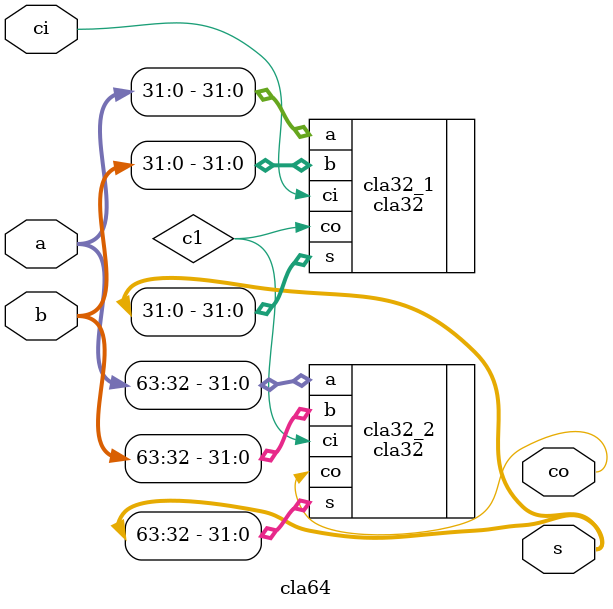
<source format=v>
module cla64(a, b, ci, s, co); //64-bit CLA module 
  input [63:0] a, b;
  input ci; 
  output [63:0] s; 
  output co;
  wire c1;
  
  //4-bit CLA module instance
  cla32 cla32_1(.a(a[31:0]), .b(b[31:0]), .ci(ci), .s(s[31:0]), .co(c1));
  cla32 cla32_2(.a(a[63:32]), .b(b[63:32]), .ci(c1), .s(s[63:32]), .co(co));
  
endmodule

</source>
